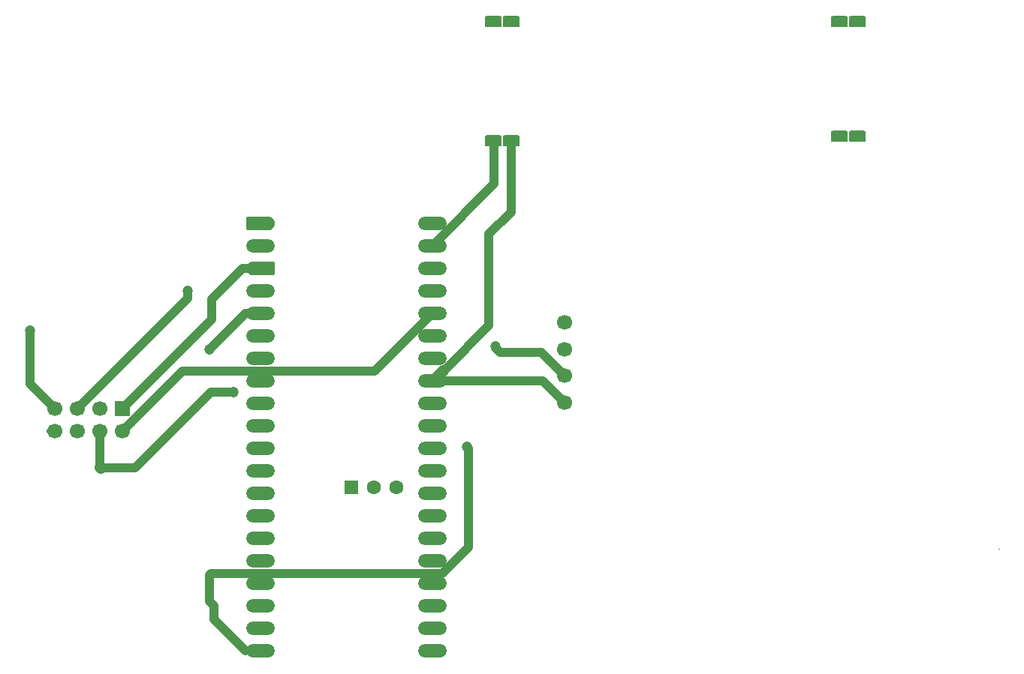
<source format=gbr>
G04 #@! TF.GenerationSoftware,KiCad,Pcbnew,9.0.1*
G04 #@! TF.CreationDate,2025-06-01T14:07:22-05:00*
G04 #@! TF.ProjectId,NUEVO_NODO,4e554556-4f5f-44e4-9f44-4f2e6b696361,rev?*
G04 #@! TF.SameCoordinates,Original*
G04 #@! TF.FileFunction,Copper,L1,Top*
G04 #@! TF.FilePolarity,Positive*
%FSLAX46Y46*%
G04 Gerber Fmt 4.6, Leading zero omitted, Abs format (unit mm)*
G04 Created by KiCad (PCBNEW 9.0.1) date 2025-06-01 14:07:22*
%MOMM*%
%LPD*%
G01*
G04 APERTURE LIST*
G04 Aperture macros list*
%AMRoundRect*
0 Rectangle with rounded corners*
0 $1 Rounding radius*
0 $2 $3 $4 $5 $6 $7 $8 $9 X,Y pos of 4 corners*
0 Add a 4 corners polygon primitive as box body*
4,1,4,$2,$3,$4,$5,$6,$7,$8,$9,$2,$3,0*
0 Add four circle primitives for the rounded corners*
1,1,$1+$1,$2,$3*
1,1,$1+$1,$4,$5*
1,1,$1+$1,$6,$7*
1,1,$1+$1,$8,$9*
0 Add four rect primitives between the rounded corners*
20,1,$1+$1,$2,$3,$4,$5,0*
20,1,$1+$1,$4,$5,$6,$7,0*
20,1,$1+$1,$6,$7,$8,$9,0*
20,1,$1+$1,$8,$9,$2,$3,0*%
%AMFreePoly0*
4,1,37,0.800000,0.796148,0.878414,0.796148,1.032228,0.765552,1.177117,0.705537,1.307515,0.618408,1.418408,0.507515,1.505537,0.377117,1.565552,0.232228,1.596148,0.078414,1.596148,-0.078414,1.565552,-0.232228,1.505537,-0.377117,1.418408,-0.507515,1.307515,-0.618408,1.177117,-0.705537,1.032228,-0.765552,0.878414,-0.796148,0.800000,-0.796148,0.800000,-0.800000,-1.400000,-0.800000,
-1.403843,-0.796157,-1.439018,-0.796157,-1.511114,-0.766294,-1.566294,-0.711114,-1.596157,-0.639018,-1.596157,-0.603843,-1.600000,-0.600000,-1.600000,0.600000,-1.596157,0.603843,-1.596157,0.639018,-1.566294,0.711114,-1.511114,0.766294,-1.439018,0.796157,-1.403843,0.796157,-1.400000,0.800000,0.800000,0.800000,0.800000,0.796148,0.800000,0.796148,$1*%
%AMFreePoly1*
4,1,37,1.403843,0.796157,1.439018,0.796157,1.511114,0.766294,1.566294,0.711114,1.596157,0.639018,1.596157,0.603843,1.600000,0.600000,1.600000,-0.600000,1.596157,-0.603843,1.596157,-0.639018,1.566294,-0.711114,1.511114,-0.766294,1.439018,-0.796157,1.403843,-0.796157,1.400000,-0.800000,-0.800000,-0.800000,-0.800000,-0.796148,-0.878414,-0.796148,-1.032228,-0.765552,-1.177117,-0.705537,
-1.307515,-0.618408,-1.418408,-0.507515,-1.505537,-0.377117,-1.565552,-0.232228,-1.596148,-0.078414,-1.596148,0.078414,-1.565552,0.232228,-1.505537,0.377117,-1.418408,0.507515,-1.307515,0.618408,-1.177117,0.705537,-1.032228,0.765552,-0.878414,0.796148,-0.800000,0.796148,-0.800000,0.800000,1.400000,0.800000,1.403843,0.796157,1.403843,0.796157,$1*%
G04 Aperture macros list end*
G04 #@! TA.AperFunction,ComponentPad*
%ADD10FreePoly0,0.000000*%
G04 #@! TD*
G04 #@! TA.AperFunction,ComponentPad*
%ADD11RoundRect,0.800000X-0.800000X-0.000010X0.800000X-0.000010X0.800000X0.000010X-0.800000X0.000010X0*%
G04 #@! TD*
G04 #@! TA.AperFunction,ComponentPad*
%ADD12FreePoly1,0.000000*%
G04 #@! TD*
G04 #@! TA.AperFunction,ComponentPad*
%ADD13RoundRect,0.200000X-0.600000X-0.600000X0.600000X-0.600000X0.600000X0.600000X-0.600000X0.600000X0*%
G04 #@! TD*
G04 #@! TA.AperFunction,ComponentPad*
%ADD14C,1.600000*%
G04 #@! TD*
G04 #@! TA.AperFunction,ComponentPad*
%ADD15R,1.700000X1.700000*%
G04 #@! TD*
G04 #@! TA.AperFunction,ComponentPad*
%ADD16C,1.700000*%
G04 #@! TD*
G04 #@! TA.AperFunction,ComponentPad*
%ADD17RoundRect,0.190500X-0.762000X-0.444500X0.762000X-0.444500X0.762000X0.444500X-0.762000X0.444500X0*%
G04 #@! TD*
G04 #@! TA.AperFunction,ViaPad*
%ADD18C,1.200000*%
G04 #@! TD*
G04 #@! TA.AperFunction,Conductor*
%ADD19C,0.200000*%
G04 #@! TD*
G04 #@! TA.AperFunction,Conductor*
%ADD20C,1.000000*%
G04 #@! TD*
G04 #@! TA.AperFunction,Conductor*
%ADD21C,0.650000*%
G04 #@! TD*
G04 #@! TA.AperFunction,Conductor*
%ADD22C,1.300000*%
G04 #@! TD*
G04 APERTURE END LIST*
D10*
X92500000Y-87420000D03*
D11*
X92500000Y-89960000D03*
D12*
X92500000Y-92500000D03*
D11*
X92500000Y-95040000D03*
X92500000Y-97580000D03*
X92500000Y-100120000D03*
X92500000Y-102660000D03*
X92500000Y-105200000D03*
X92500000Y-107740000D03*
X92500000Y-110280000D03*
X92500000Y-112820000D03*
X92500000Y-115360000D03*
X92500000Y-117900000D03*
X92500000Y-120440000D03*
X92500000Y-122980000D03*
X92500000Y-125520000D03*
X92500000Y-128060000D03*
X92500000Y-130600000D03*
X92500000Y-133140000D03*
X92500000Y-135680000D03*
X111880000Y-135680000D03*
X111880000Y-133140000D03*
X111880000Y-130600000D03*
X111880000Y-128060000D03*
X111880000Y-125520000D03*
X111880000Y-122980000D03*
X111880000Y-120440000D03*
X111880000Y-117900000D03*
X111880000Y-115360000D03*
X111880000Y-112820000D03*
X111880000Y-110280000D03*
X111880000Y-107740000D03*
X111880000Y-105200000D03*
X111880000Y-102660000D03*
X111880000Y-100120000D03*
X111880000Y-97580000D03*
X111880000Y-95040000D03*
X111880000Y-92500000D03*
X111880000Y-89960000D03*
X111880000Y-87420000D03*
D13*
X102774100Y-117250000D03*
D14*
X105314100Y-117250000D03*
X107854100Y-117250000D03*
D15*
X76925000Y-108330500D03*
D16*
X76925000Y-110870500D03*
X74385000Y-108330500D03*
X74385000Y-110870500D03*
X71845000Y-108330500D03*
X71845000Y-110870500D03*
X69305000Y-108330500D03*
X69305000Y-110870500D03*
D17*
X118800000Y-64620000D03*
X120800000Y-64620000D03*
X120800000Y-78120000D03*
X159800000Y-64620000D03*
X159800000Y-77620000D03*
X118800000Y-78120000D03*
X157800000Y-64620000D03*
X157800000Y-77620000D03*
D16*
X126800000Y-107620000D03*
X126800000Y-104620000D03*
X126800000Y-101620000D03*
X126800000Y-98620000D03*
D18*
X119000000Y-101320000D03*
X115800000Y-112620000D03*
X86800000Y-101620000D03*
X89500000Y-106500000D03*
X66500000Y-99500000D03*
X84300000Y-95040000D03*
D19*
X175833880Y-124166120D02*
X175813880Y-124146120D01*
D20*
X87000000Y-98255500D02*
X76925000Y-108330500D01*
X87000000Y-97500000D02*
X87000000Y-98255500D01*
D21*
X92500000Y-92755500D02*
X92500000Y-92500000D01*
D20*
X90481504Y-92500000D02*
X92500000Y-92500000D01*
X87000000Y-97500000D02*
X87000000Y-95981504D01*
X87000000Y-95981504D02*
X90481504Y-92500000D01*
D19*
X92500000Y-107740000D02*
X92260000Y-107500000D01*
D20*
X118900000Y-78020000D02*
X118900000Y-82940000D01*
X118900000Y-82940000D02*
X111880000Y-89960000D01*
X119000000Y-101320000D02*
X119000000Y-101500000D01*
X124180000Y-102000000D02*
X126800000Y-104620000D01*
X119500000Y-102000000D02*
X124180000Y-102000000D01*
X105361000Y-104099000D02*
X111880000Y-97580000D01*
X119000000Y-101500000D02*
X119500000Y-102000000D01*
X83696500Y-104099000D02*
X105361000Y-104099000D01*
X76925000Y-110870500D02*
X83696500Y-104099000D01*
X86800000Y-130120000D02*
X87300000Y-130620000D01*
X113041000Y-126959000D02*
X116000000Y-124000000D01*
D19*
X116000000Y-112820000D02*
X115800000Y-112620000D01*
D20*
X116000000Y-124000000D02*
X116000000Y-112820000D01*
D21*
X86961000Y-126959000D02*
X86800000Y-127120000D01*
D20*
X86961000Y-126959000D02*
X113041000Y-126959000D01*
X87300000Y-132120000D02*
X90860000Y-135680000D01*
D21*
X90860000Y-135680000D02*
X92500000Y-135680000D01*
D20*
X87300000Y-130620000D02*
X87300000Y-132120000D01*
X86800000Y-127120000D02*
X86800000Y-130120000D01*
X86800000Y-101620000D02*
X90840000Y-97580000D01*
X90840000Y-97580000D02*
X92500000Y-97580000D01*
D22*
X113094000Y-103986000D02*
X111880000Y-105200000D01*
D20*
X120800000Y-78120000D02*
X120800000Y-86120000D01*
D19*
X113229248Y-103986000D02*
X113094000Y-103986000D01*
D20*
X126800000Y-107620000D02*
X124380000Y-105200000D01*
X118300000Y-88620000D02*
X118300000Y-98915248D01*
X120800000Y-86120000D02*
X118300000Y-88620000D01*
X118300000Y-98915248D02*
X113229248Y-103986000D01*
X124380000Y-105200000D02*
X111880000Y-105200000D01*
X78420000Y-115000000D02*
X74500000Y-115000000D01*
D22*
X74500000Y-115000000D02*
X74385000Y-114885000D01*
D20*
X74385000Y-114885000D02*
X74385000Y-110870500D01*
X86920000Y-106500000D02*
X78420000Y-115000000D01*
X89500000Y-106500000D02*
X86920000Y-106500000D01*
X66500000Y-99500000D02*
X66500000Y-105525500D01*
X66500000Y-105525500D02*
X69305000Y-108330500D01*
X84300000Y-95875500D02*
X71845000Y-108330500D01*
X84300000Y-95040000D02*
X84300000Y-95875500D01*
D21*
X69305000Y-110870500D02*
X68705000Y-110870500D01*
M02*

</source>
